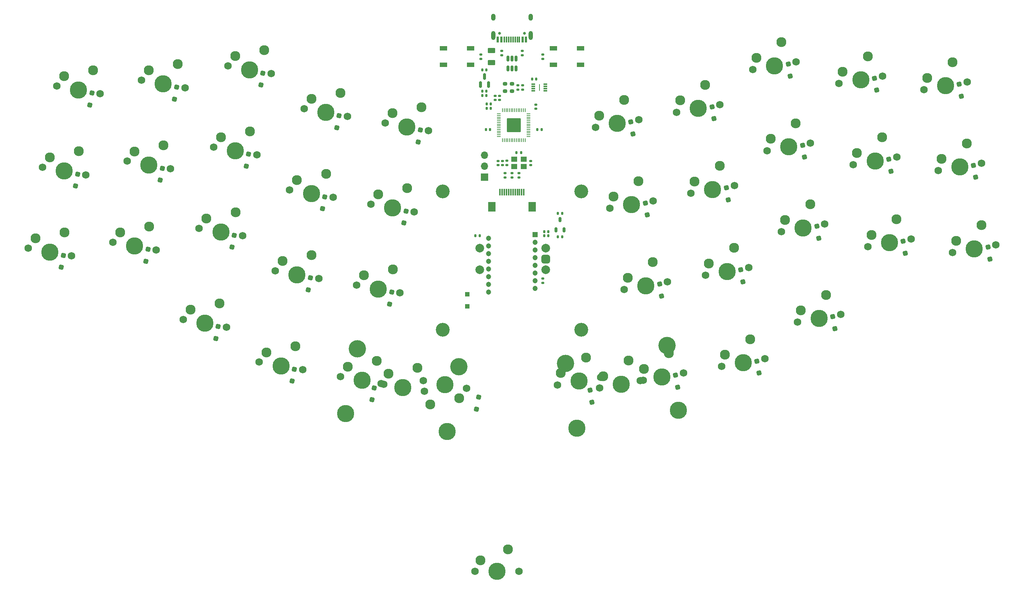
<source format=gbr>
%TF.GenerationSoftware,KiCad,Pcbnew,8.0.8*%
%TF.CreationDate,2025-03-23T01:31:31+01:00*%
%TF.ProjectId,Le Chisoffre,4c652043-6869-4736-9f66-6672652e6b69,rev?*%
%TF.SameCoordinates,Original*%
%TF.FileFunction,Soldermask,Bot*%
%TF.FilePolarity,Negative*%
%FSLAX46Y46*%
G04 Gerber Fmt 4.6, Leading zero omitted, Abs format (unit mm)*
G04 Created by KiCad (PCBNEW 8.0.8) date 2025-03-23 01:31:31*
%MOMM*%
%LPD*%
G01*
G04 APERTURE LIST*
G04 Aperture macros list*
%AMRoundRect*
0 Rectangle with rounded corners*
0 $1 Rounding radius*
0 $2 $3 $4 $5 $6 $7 $8 $9 X,Y pos of 4 corners*
0 Add a 4 corners polygon primitive as box body*
4,1,4,$2,$3,$4,$5,$6,$7,$8,$9,$2,$3,0*
0 Add four circle primitives for the rounded corners*
1,1,$1+$1,$2,$3*
1,1,$1+$1,$4,$5*
1,1,$1+$1,$6,$7*
1,1,$1+$1,$8,$9*
0 Add four rect primitives between the rounded corners*
20,1,$1+$1,$2,$3,$4,$5,0*
20,1,$1+$1,$4,$5,$6,$7,0*
20,1,$1+$1,$6,$7,$8,$9,0*
20,1,$1+$1,$8,$9,$2,$3,0*%
G04 Aperture macros list end*
%ADD10C,1.750000*%
%ADD11C,3.987800*%
%ADD12C,2.300000*%
%ADD13C,3.200000*%
%ADD14C,2.000000*%
%ADD15RoundRect,0.500000X0.500000X0.500000X-0.500000X0.500000X-0.500000X-0.500000X0.500000X-0.500000X0*%
%ADD16C,4.000000*%
%ADD17RoundRect,0.250000X0.347537X-0.243348X0.243348X0.347537X-0.347537X0.243348X-0.243348X-0.347537X0*%
%ADD18RoundRect,0.140000X0.170000X-0.140000X0.170000X0.140000X-0.170000X0.140000X-0.170000X-0.140000X0*%
%ADD19RoundRect,0.250000X0.243348X-0.347537X0.347537X0.243348X-0.243348X0.347537X-0.347537X-0.243348X0*%
%ADD20RoundRect,0.200000X-0.275000X0.200000X-0.275000X-0.200000X0.275000X-0.200000X0.275000X0.200000X0*%
%ADD21RoundRect,0.250000X0.300000X-0.300000X0.300000X0.300000X-0.300000X0.300000X-0.300000X-0.300000X0*%
%ADD22R,0.900000X0.300000*%
%ADD23R,0.250000X1.650000*%
%ADD24C,0.650000*%
%ADD25R,0.600000X1.450000*%
%ADD26R,0.300000X1.450000*%
%ADD27O,1.000000X1.600000*%
%ADD28O,1.000000X2.100000*%
%ADD29RoundRect,0.250000X-0.625000X0.375000X-0.625000X-0.375000X0.625000X-0.375000X0.625000X0.375000X0*%
%ADD30RoundRect,0.140000X-0.140000X-0.170000X0.140000X-0.170000X0.140000X0.170000X-0.140000X0.170000X0*%
%ADD31RoundRect,0.135000X0.135000X0.185000X-0.135000X0.185000X-0.135000X-0.185000X0.135000X-0.185000X0*%
%ADD32RoundRect,0.150000X0.150000X-0.450000X0.150000X0.450000X-0.150000X0.450000X-0.150000X-0.450000X0*%
%ADD33RoundRect,0.140000X0.140000X0.170000X-0.140000X0.170000X-0.140000X-0.170000X0.140000X-0.170000X0*%
%ADD34RoundRect,0.050000X0.387500X0.050000X-0.387500X0.050000X-0.387500X-0.050000X0.387500X-0.050000X0*%
%ADD35RoundRect,0.050000X0.050000X0.387500X-0.050000X0.387500X-0.050000X-0.387500X0.050000X-0.387500X0*%
%ADD36RoundRect,0.144000X1.456000X1.456000X-1.456000X1.456000X-1.456000X-1.456000X1.456000X-1.456000X0*%
%ADD37R,1.700000X1.000000*%
%ADD38RoundRect,0.135000X-0.185000X0.135000X-0.185000X-0.135000X0.185000X-0.135000X0.185000X0.135000X0*%
%ADD39RoundRect,0.150000X0.150000X-0.512500X0.150000X0.512500X-0.150000X0.512500X-0.150000X-0.512500X0*%
%ADD40RoundRect,0.135000X0.185000X-0.135000X0.185000X0.135000X-0.185000X0.135000X-0.185000X-0.135000X0*%
%ADD41R,1.400000X1.200000*%
%ADD42RoundRect,0.150000X0.150000X-0.587500X0.150000X0.587500X-0.150000X0.587500X-0.150000X-0.587500X0*%
%ADD43RoundRect,0.140000X-0.170000X0.140000X-0.170000X-0.140000X0.170000X-0.140000X0.170000X0.140000X0*%
%ADD44R,0.300000X1.600000*%
%ADD45R,1.800000X2.200000*%
%ADD46R,1.700000X1.700000*%
%ADD47O,1.700000X1.700000*%
%ADD48RoundRect,0.135000X-0.135000X-0.185000X0.135000X-0.185000X0.135000X0.185000X-0.135000X0.185000X0*%
%ADD49R,1.200000X1.200000*%
%ADD50C,1.200000*%
G04 APERTURE END LIST*
D10*
%TO.C,MX39*%
X161297358Y-118012792D03*
D11*
X166300181Y-117130659D03*
D10*
X171303004Y-116248526D03*
D12*
X162106997Y-115290847D03*
X167919460Y-111686769D03*
%TD*%
D13*
%TO.C,H4*%
X166859205Y-105283250D03*
%TD*%
%TO.C,H3*%
X134853935Y-105290620D03*
%TD*%
%TO.C,H2*%
X166855645Y-73278740D03*
%TD*%
%TO.C,H1*%
X134848345Y-73297790D03*
%TD*%
D10*
%TO.C,MX17*%
X192178612Y-73706304D03*
D11*
X197181435Y-72824171D03*
D10*
X202184258Y-71942038D03*
D12*
X192988251Y-70984359D03*
X198800714Y-67380281D03*
%TD*%
D10*
%TO.C,MX28*%
X213089398Y-82592687D03*
D11*
X218092221Y-81710554D03*
D10*
X223095044Y-80828421D03*
D12*
X213899037Y-79870742D03*
X219711500Y-76266664D03*
%TD*%
D10*
%TO.C,MX25*%
X114931578Y-94964223D03*
D11*
X119934401Y-95846356D03*
D10*
X124937224Y-96728489D03*
D12*
X116623350Y-92683345D03*
X123317945Y-91284599D03*
%TD*%
D10*
%TO.C,MX20*%
X249287374Y-68472457D03*
D11*
X254290197Y-67590324D03*
D10*
X259293020Y-66708191D03*
D12*
X250097013Y-65750512D03*
X255909476Y-62146434D03*
%TD*%
D10*
%TO.C,MX35*%
X199241187Y-113760158D03*
D11*
X204244010Y-112878025D03*
D10*
X209246833Y-111995892D03*
D12*
X200050826Y-111038213D03*
X205863289Y-107434135D03*
%TD*%
D10*
%TO.C,MX9*%
X226391789Y-48329720D03*
D11*
X231394612Y-47447587D03*
D10*
X236397435Y-46565454D03*
D12*
X227201428Y-45607775D03*
X233013891Y-42003697D03*
%TD*%
D14*
%TO.C,SW2*%
X158612500Y-91400000D03*
X158612500Y-86400000D03*
D15*
X158612500Y-88900000D03*
D14*
X143412500Y-86400000D03*
X143412500Y-91400000D03*
%TD*%
D10*
%TO.C,MX8*%
X206473403Y-45071512D03*
D11*
X211476226Y-44189379D03*
D10*
X216479049Y-43307246D03*
D12*
X207283042Y-42349567D03*
X213095505Y-38745489D03*
%TD*%
D10*
%TO.C,MX24*%
X96170990Y-91656225D03*
D11*
X101173813Y-92538358D03*
D10*
X106176636Y-93420491D03*
D12*
X97862762Y-89375347D03*
X104557357Y-87976601D03*
%TD*%
D10*
%TO.C,MX11*%
X42370225Y-67661791D03*
D11*
X47373048Y-68543924D03*
D10*
X52375871Y-69426057D03*
D12*
X44061997Y-65380913D03*
X50756592Y-63982167D03*
%TD*%
D10*
%TO.C,MX15*%
X118239576Y-76203635D03*
D11*
X123242399Y-77085768D03*
D10*
X128245222Y-77967901D03*
D12*
X119931348Y-73922757D03*
X126625943Y-72524011D03*
%TD*%
D10*
%TO.C,MX26*%
X176759102Y-95962495D03*
D11*
X181761925Y-95080362D03*
D10*
X186764748Y-94198229D03*
D12*
X177568741Y-93240550D03*
X183381204Y-89636472D03*
%TD*%
D10*
%TO.C,MX41*%
X142240000Y-161131250D03*
D11*
X147320000Y-161131250D03*
D10*
X152400000Y-161131250D03*
D12*
X143510000Y-158591250D03*
X149860000Y-156051250D03*
%TD*%
D10*
%TO.C,MX19*%
X229699787Y-67090308D03*
D11*
X234702610Y-66208175D03*
D10*
X239705433Y-65326042D03*
D12*
X230509426Y-64368363D03*
X236321889Y-60764285D03*
%TD*%
D10*
%TO.C,MX38*%
X140371298Y-118833195D03*
D11*
X135368475Y-117951062D03*
D10*
X130365652Y-117068929D03*
D12*
X138679526Y-121114073D03*
X131984931Y-122512819D03*
%TD*%
D10*
%TO.C,MX37*%
X111191565Y-116106005D03*
D11*
X116194388Y-116988138D03*
D10*
X121197211Y-117870271D03*
D12*
X112883337Y-113825127D03*
X119577932Y-112426381D03*
%TD*%
D10*
%TO.C,MX6*%
X170143106Y-58441320D03*
D11*
X175145929Y-57559187D03*
D10*
X180148752Y-56677054D03*
D12*
X170952745Y-55719375D03*
X176765208Y-52115297D03*
%TD*%
D10*
%TO.C,MX5*%
X121547573Y-57443048D03*
D11*
X126550396Y-58325181D03*
D10*
X131553219Y-59207314D03*
D12*
X123239345Y-55162170D03*
X129933940Y-53763424D03*
%TD*%
D10*
%TO.C,MX12*%
X61957812Y-66279642D03*
D11*
X66960635Y-67161775D03*
D10*
X71963458Y-68043908D03*
D12*
X63649584Y-63998764D03*
X70344179Y-62600018D03*
%TD*%
D10*
%TO.C,MX23*%
X78568202Y-81782022D03*
D11*
X83571025Y-82664155D03*
D10*
X88573848Y-83546288D03*
D12*
X80259974Y-79501144D03*
X86954569Y-78102398D03*
%TD*%
D10*
%TO.C,MX29*%
X233040865Y-86038502D03*
D11*
X238043688Y-85156369D03*
D10*
X243046511Y-84274236D03*
D12*
X233850504Y-83316557D03*
X239662967Y-79712479D03*
%TD*%
D10*
%TO.C,MX14*%
X99478988Y-72895638D03*
D11*
X104481811Y-73777771D03*
D10*
X109484634Y-74659904D03*
D12*
X101170760Y-70614760D03*
X107865355Y-69216014D03*
%TD*%
D16*
%TO.C,S2*%
X186611552Y-108905707D03*
X163160817Y-113040704D03*
D11*
X165807215Y-128049174D03*
X189257951Y-123914178D03*
%TD*%
D10*
%TO.C,MX2*%
X65265810Y-47519054D03*
D11*
X70268633Y-48401187D03*
D10*
X75271456Y-49283320D03*
D12*
X66957582Y-45238176D03*
X73652177Y-43839430D03*
%TD*%
D10*
%TO.C,MX3*%
X85184197Y-44260847D03*
D11*
X90187020Y-45142980D03*
D10*
X95189843Y-46025113D03*
D12*
X86875969Y-41979969D03*
X93570564Y-40581223D03*
%TD*%
D10*
%TO.C,MX30*%
X252628452Y-87420651D03*
D11*
X257631275Y-86538518D03*
D10*
X262634098Y-85656385D03*
D12*
X253438091Y-84698706D03*
X259250554Y-81094628D03*
%TD*%
D10*
%TO.C,MX7*%
X188870614Y-54945716D03*
D11*
X193873437Y-54063583D03*
D10*
X198876260Y-53181450D03*
D12*
X189680253Y-52223771D03*
X195492716Y-48619693D03*
%TD*%
D10*
%TO.C,MX22*%
X58649815Y-85040230D03*
D11*
X63652638Y-85922363D03*
D10*
X68655461Y-86804496D03*
D12*
X60341587Y-82759352D03*
X67036182Y-81360606D03*
%TD*%
D10*
%TO.C,MX36*%
X216777816Y-103510743D03*
D11*
X221780639Y-102628610D03*
D10*
X226783462Y-101746477D03*
D12*
X217587455Y-100788798D03*
X223399918Y-97184720D03*
%TD*%
D10*
%TO.C,MX34*%
X171096294Y-118734221D03*
D11*
X176099117Y-117852088D03*
D10*
X181101940Y-116969955D03*
D12*
X171905933Y-116012276D03*
X177718396Y-112408198D03*
%TD*%
D10*
%TO.C,MX31*%
X74846704Y-102887683D03*
D11*
X79849527Y-103769816D03*
D10*
X84852350Y-104651949D03*
D12*
X76538476Y-100606805D03*
X83233071Y-99208059D03*
%TD*%
D10*
%TO.C,MX21*%
X39062227Y-86422379D03*
D11*
X44065050Y-87304512D03*
D10*
X49067873Y-88186645D03*
D12*
X40753999Y-84141501D03*
X47448594Y-82742755D03*
%TD*%
D10*
%TO.C,MX10*%
X245979377Y-49711870D03*
D11*
X250982200Y-48829737D03*
D10*
X255985023Y-47947604D03*
D12*
X246789016Y-46989925D03*
X252601479Y-43385847D03*
%TD*%
D10*
%TO.C,MX33*%
X120580213Y-117738224D03*
D11*
X125583036Y-118620357D03*
D10*
X130585859Y-119502490D03*
D12*
X122271985Y-115457346D03*
X128966580Y-114058600D03*
%TD*%
D10*
%TO.C,MX4*%
X102786986Y-54135050D03*
D11*
X107789809Y-55017183D03*
D10*
X112792632Y-55899316D03*
D12*
X104478758Y-51854172D03*
X111173353Y-50455426D03*
%TD*%
D10*
%TO.C,MX32*%
X92449493Y-112761887D03*
D11*
X97452316Y-113644020D03*
D10*
X102455139Y-114526153D03*
D12*
X94141265Y-110481009D03*
X100835860Y-109082263D03*
%TD*%
D16*
%TO.C,S1*%
X138521336Y-113808973D03*
X115070601Y-109673976D03*
D11*
X135874938Y-128817444D03*
X112424203Y-124682446D03*
%TD*%
D10*
%TO.C,MX13*%
X81876199Y-63021434D03*
D11*
X86879022Y-63903567D03*
D10*
X91881845Y-64785700D03*
D12*
X83567971Y-60740556D03*
X90262566Y-59341810D03*
%TD*%
D10*
%TO.C,MX40*%
X180471445Y-117049868D03*
D11*
X185474268Y-116167735D03*
D10*
X190477091Y-115285602D03*
D12*
X181281084Y-114327923D03*
X187093547Y-110723845D03*
%TD*%
D10*
%TO.C,MX16*%
X173451104Y-77201907D03*
D11*
X178453927Y-76319774D03*
D10*
X183456750Y-75437641D03*
D12*
X174260743Y-74479962D03*
X180073206Y-70875884D03*
%TD*%
D10*
%TO.C,MX1*%
X45678223Y-48901204D03*
D11*
X50681046Y-49783337D03*
D10*
X55683869Y-50665470D03*
D12*
X47369995Y-46620326D03*
X54064590Y-45221580D03*
%TD*%
D10*
%TO.C,MX18*%
X209781400Y-63832099D03*
D11*
X214784223Y-62949966D03*
D10*
X219787046Y-62067833D03*
D12*
X210591039Y-61110154D03*
X216403502Y-57506076D03*
%TD*%
D10*
%TO.C,MX27*%
X195519690Y-92654497D03*
D11*
X200522513Y-91772364D03*
D10*
X205525336Y-90890231D03*
D12*
X196329329Y-89932552D03*
X202141792Y-86328474D03*
%TD*%
D17*
%TO.C,D28*%
X221737759Y-84101334D03*
X221251545Y-81343872D03*
%TD*%
%TO.C,D35*%
X207889548Y-115268805D03*
X207403334Y-112511343D03*
%TD*%
D18*
%TO.C,C15*%
X156368750Y-54141250D03*
X156368750Y-53181250D03*
%TD*%
D17*
%TO.C,D16*%
X182099465Y-78710554D03*
X181613251Y-75953092D03*
%TD*%
D19*
%TO.C,D32*%
X100060307Y-117137466D03*
X100546521Y-114380004D03*
%TD*%
D20*
%TO.C,R7*%
X150812500Y-48387500D03*
X150812500Y-50037500D03*
%TD*%
D17*
%TO.C,D40*%
X189119806Y-118558515D03*
X188633592Y-115801053D03*
%TD*%
%TO.C,D27*%
X204168051Y-94163144D03*
X203681837Y-91405682D03*
%TD*%
D19*
%TO.C,D25*%
X122542392Y-99339802D03*
X123028606Y-96582340D03*
%TD*%
D20*
%TO.C,R8*%
X149225000Y-48387500D03*
X149225000Y-50037500D03*
%TD*%
D19*
%TO.C,D2*%
X72876624Y-51894633D03*
X73362838Y-49137171D03*
%TD*%
%TO.C,D4*%
X110397800Y-58510629D03*
X110884014Y-55753167D03*
%TD*%
%TO.C,D11*%
X49981039Y-72037370D03*
X50467253Y-69279908D03*
%TD*%
D18*
%TO.C,C4*%
X147968732Y-52116199D03*
X147968732Y-51156199D03*
%TD*%
D21*
%TO.C,D41*%
X140493750Y-99825000D03*
X140493750Y-97025000D03*
%TD*%
D19*
%TO.C,D31*%
X82457518Y-107263262D03*
X82943732Y-104505800D03*
%TD*%
D22*
%TO.C,IC1*%
X158562500Y-48462500D03*
X158562500Y-48962500D03*
X158562500Y-49462500D03*
X158562500Y-49962500D03*
X155762500Y-49962500D03*
X155762500Y-49462500D03*
X155762500Y-48962500D03*
X155762500Y-48462500D03*
D23*
X157162500Y-49212500D03*
%TD*%
D17*
%TO.C,D10*%
X254627738Y-51220517D03*
X254141524Y-48463055D03*
%TD*%
%TO.C,D8*%
X215121764Y-46580159D03*
X214635550Y-43822697D03*
%TD*%
D24*
%TO.C,J1*%
X147922500Y-36655000D03*
X153702500Y-36655000D03*
D25*
X147562500Y-38100000D03*
X148362500Y-38100000D03*
D26*
X149562500Y-38100000D03*
X150562500Y-38100000D03*
X151062500Y-38100000D03*
X152062500Y-38100000D03*
D25*
X153262500Y-38100000D03*
X154062500Y-38100000D03*
X154062500Y-38100000D03*
X153262500Y-38100000D03*
D26*
X152562500Y-38100000D03*
X151562500Y-38100000D03*
X150062500Y-38100000D03*
X149062500Y-38100000D03*
D25*
X148362500Y-38100000D03*
X147562500Y-38100000D03*
D27*
X146492500Y-33005000D03*
D28*
X146492500Y-37185000D03*
D27*
X155132500Y-33005000D03*
D28*
X155132500Y-37185000D03*
%TD*%
D17*
%TO.C,D39*%
X169311857Y-122028731D03*
X168825643Y-119271269D03*
%TD*%
D29*
%TO.C,F1*%
X146050000Y-40668750D03*
X146050000Y-43468750D03*
%TD*%
D17*
%TO.C,D6*%
X178791467Y-59949967D03*
X178305253Y-57192505D03*
%TD*%
D30*
%TO.C,C16*%
X143982500Y-45143750D03*
X144942500Y-45143750D03*
%TD*%
D31*
%TO.C,R10*%
X143385000Y-83543750D03*
X142365000Y-83543750D03*
%TD*%
D17*
%TO.C,D18*%
X218429761Y-65340746D03*
X217943547Y-62583284D03*
%TD*%
D19*
%TO.C,D15*%
X125850390Y-80579214D03*
X126336604Y-77821752D03*
%TD*%
D32*
%TO.C,U4*%
X162875000Y-82162500D03*
X160975000Y-82162500D03*
X161925000Y-79762500D03*
%TD*%
D33*
%TO.C,C20*%
X162405248Y-78331937D03*
X161445248Y-78331937D03*
%TD*%
D34*
%TO.C,U3*%
X154680000Y-55343750D03*
X154680000Y-55743750D03*
X154680000Y-56143750D03*
X154680000Y-56543750D03*
X154680000Y-56943750D03*
X154680000Y-57343750D03*
X154680000Y-57743750D03*
X154680000Y-58143750D03*
X154680000Y-58543750D03*
X154680000Y-58943750D03*
X154680000Y-59343750D03*
X154680000Y-59743750D03*
X154680000Y-60143750D03*
X154680000Y-60543750D03*
D35*
X153842500Y-61381250D03*
X153442500Y-61381250D03*
X153042500Y-61381250D03*
X152642500Y-61381250D03*
X152242500Y-61381250D03*
X151842500Y-61381250D03*
X151442500Y-61381250D03*
X151042500Y-61381250D03*
X150642500Y-61381250D03*
X150242500Y-61381250D03*
X149842500Y-61381250D03*
X149442500Y-61381250D03*
X149042500Y-61381250D03*
X148642500Y-61381250D03*
D34*
X147805000Y-60543750D03*
X147805000Y-60143750D03*
X147805000Y-59743750D03*
X147805000Y-59343750D03*
X147805000Y-58943750D03*
X147805000Y-58543750D03*
X147805000Y-58143750D03*
X147805000Y-57743750D03*
X147805000Y-57343750D03*
X147805000Y-56943750D03*
X147805000Y-56543750D03*
X147805000Y-56143750D03*
X147805000Y-55743750D03*
X147805000Y-55343750D03*
D35*
X148642500Y-54506250D03*
X149042500Y-54506250D03*
X149442500Y-54506250D03*
X149842500Y-54506250D03*
X150242500Y-54506250D03*
X150642500Y-54506250D03*
X151042500Y-54506250D03*
X151442500Y-54506250D03*
X151842500Y-54506250D03*
X152242500Y-54506250D03*
X152642500Y-54506250D03*
X153042500Y-54506250D03*
X153442500Y-54506250D03*
X153842500Y-54506250D03*
D36*
X151242500Y-57943750D03*
%TD*%
D33*
%TO.C,C11*%
X145743796Y-58948805D03*
X144783796Y-58948805D03*
%TD*%
%TO.C,C19*%
X159230000Y-83543750D03*
X158270000Y-83543750D03*
%TD*%
D17*
%TO.C,D36*%
X225426177Y-105019390D03*
X224939963Y-102261928D03*
%TD*%
%TO.C,D19*%
X238348148Y-68598955D03*
X237861934Y-65841493D03*
%TD*%
D19*
%TO.C,D38*%
X142631893Y-123616231D03*
X143118107Y-120858769D03*
%TD*%
D37*
%TO.C,SW1*%
X160362500Y-43968750D03*
X166662500Y-43968750D03*
X160362500Y-40168750D03*
X166662500Y-40168750D03*
%TD*%
D38*
%TO.C,R12*%
X152400000Y-69056250D03*
X152400000Y-70076250D03*
%TD*%
D18*
%TO.C,C2*%
X155127910Y-67155957D03*
X155127910Y-66195957D03*
%TD*%
D33*
%TO.C,C17*%
X144942500Y-51100000D03*
X143982500Y-51100000D03*
%TD*%
D17*
%TO.C,D7*%
X197518975Y-56454363D03*
X197032761Y-53696901D03*
%TD*%
D30*
%TO.C,C18*%
X158270000Y-82550000D03*
X159230000Y-82550000D03*
%TD*%
D19*
%TO.C,D13*%
X89487013Y-67397013D03*
X89973227Y-64639551D03*
%TD*%
D17*
%TO.C,D17*%
X200826973Y-75214951D03*
X200340759Y-72457489D03*
%TD*%
D18*
%TO.C,C8*%
X146940809Y-52126373D03*
X146940809Y-51166373D03*
%TD*%
D19*
%TO.C,D12*%
X69568626Y-70655221D03*
X70054840Y-67897759D03*
%TD*%
%TO.C,D1*%
X53289037Y-53276783D03*
X53775251Y-50519321D03*
%TD*%
D39*
%TO.C,U1*%
X151762500Y-44793750D03*
X150812500Y-44793750D03*
X149862500Y-44793750D03*
X149862500Y-42518750D03*
X150812500Y-42518750D03*
X151762500Y-42518750D03*
%TD*%
D38*
%TO.C,R13*%
X150812500Y-69056250D03*
X150812500Y-70076250D03*
%TD*%
D30*
%TO.C,C1*%
X155482331Y-47306956D03*
X156442331Y-47306956D03*
%TD*%
D33*
%TO.C,C9*%
X145954723Y-54044548D03*
X144994723Y-54044548D03*
%TD*%
D19*
%TO.C,D23*%
X86179016Y-86157601D03*
X86665230Y-83400139D03*
%TD*%
D38*
%TO.C,R3*%
X148431250Y-40765000D03*
X148431250Y-41785000D03*
%TD*%
D30*
%TO.C,C12*%
X156690046Y-58948805D03*
X157650046Y-58948805D03*
%TD*%
D17*
%TO.C,D29*%
X241689226Y-87547149D03*
X241203012Y-84789687D03*
%TD*%
D40*
%TO.C,R9*%
X157956250Y-94456250D03*
X157956250Y-93436250D03*
%TD*%
D33*
%TO.C,C21*%
X162405000Y-83743750D03*
X161445000Y-83743750D03*
%TD*%
D41*
%TO.C,Y1*%
X151300000Y-65825000D03*
X153500000Y-65825000D03*
X153500000Y-67525000D03*
X151300000Y-67525000D03*
%TD*%
D37*
%TO.C,SWR1*%
X141262500Y-40168750D03*
X134962500Y-40168750D03*
X141262500Y-43968750D03*
X134962500Y-43968750D03*
%TD*%
D33*
%TO.C,C14*%
X145955013Y-52993014D03*
X144995013Y-52993014D03*
%TD*%
D19*
%TO.C,D21*%
X46673041Y-90797958D03*
X47159255Y-88040496D03*
%TD*%
%TO.C,D14*%
X107089802Y-77271217D03*
X107576016Y-74513755D03*
%TD*%
D38*
%TO.C,R5*%
X143668750Y-41558750D03*
X143668750Y-42578750D03*
%TD*%
D19*
%TO.C,D22*%
X66260629Y-89415809D03*
X66746843Y-86658347D03*
%TD*%
D38*
%TO.C,R4*%
X153193750Y-40765000D03*
X153193750Y-41785000D03*
%TD*%
D18*
%TO.C,C3*%
X149682815Y-67155000D03*
X149682815Y-66195000D03*
%TD*%
D17*
%TO.C,D26*%
X185407463Y-97471142D03*
X184921249Y-94713680D03*
%TD*%
D42*
%TO.C,U2*%
X145412500Y-48562500D03*
X143512500Y-48562500D03*
X144462500Y-46687500D03*
%TD*%
D43*
%TO.C,C10*%
X148609539Y-66212358D03*
X148609539Y-67172358D03*
%TD*%
D44*
%TO.C,J2*%
X153562500Y-73406250D03*
X153062500Y-73406250D03*
X152562500Y-73406250D03*
X152062500Y-73406250D03*
X151562500Y-73406250D03*
X151062500Y-73406250D03*
X150562500Y-73406250D03*
X150062500Y-73406250D03*
X149562500Y-73406250D03*
X149062500Y-73406250D03*
X148562500Y-73406250D03*
X148062500Y-73406250D03*
D45*
X155462500Y-76806250D03*
X146162500Y-76806250D03*
%TD*%
D17*
%TO.C,D9*%
X235040150Y-49838367D03*
X234553936Y-47080905D03*
%TD*%
D19*
%TO.C,D24*%
X103781804Y-96031804D03*
X104268018Y-93274342D03*
%TD*%
D30*
%TO.C,C7*%
X143982500Y-50106250D03*
X144942500Y-50106250D03*
%TD*%
D19*
%TO.C,D37*%
X118491255Y-121466809D03*
X118977469Y-118709347D03*
%TD*%
D46*
%TO.C,SWD1*%
X144462500Y-69993750D03*
D47*
X144462500Y-67453750D03*
X144462500Y-64913750D03*
%TD*%
D19*
%TO.C,D5*%
X129158387Y-61818627D03*
X129644601Y-59061165D03*
%TD*%
D18*
%TO.C,C13*%
X152221837Y-49690534D03*
X152221837Y-48730534D03*
%TD*%
D40*
%TO.C,R11*%
X149225000Y-70076250D03*
X149225000Y-69056250D03*
%TD*%
D48*
%TO.C,R6*%
X151890000Y-64293750D03*
X152910000Y-64293750D03*
%TD*%
D19*
%TO.C,D3*%
X92795011Y-48636426D03*
X93281225Y-45878964D03*
%TD*%
D43*
%TO.C,C6*%
X147622780Y-66204935D03*
X147622780Y-67164935D03*
%TD*%
D17*
%TO.C,D20*%
X257935735Y-69981104D03*
X257449521Y-67223642D03*
%TD*%
D40*
%TO.C,R2*%
X157956250Y-42578750D03*
X157956250Y-41558750D03*
%TD*%
D49*
%TO.C,U5*%
X156150243Y-83224438D03*
D50*
X156150243Y-85004438D03*
X156150243Y-86784438D03*
X156150243Y-88564438D03*
X156150243Y-90344438D03*
X156150243Y-92124438D03*
X156150243Y-93904438D03*
X156150243Y-95684438D03*
X145450243Y-96574438D03*
X145450243Y-94794438D03*
X145450243Y-93014438D03*
X145450243Y-91234438D03*
X145450243Y-89454438D03*
X145450243Y-87674438D03*
X145450243Y-85894438D03*
X145450243Y-84114438D03*
%TD*%
D18*
%TO.C,C5*%
X153293750Y-49692500D03*
X153293750Y-48732500D03*
%TD*%
D17*
%TO.C,D30*%
X261276813Y-88929298D03*
X260790599Y-86171836D03*
%TD*%
M02*

</source>
